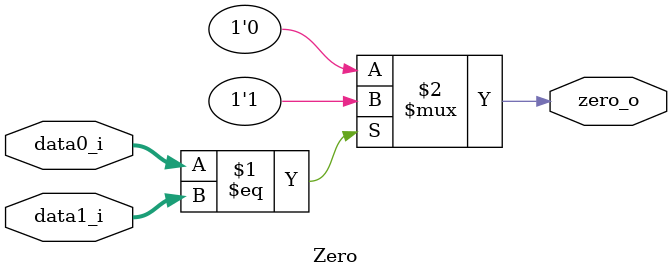
<source format=v>
module Zero
(
    data0_i,
    data1_i,
    zero_o
);

// Ports
input  [31:0] data0_i, data1_i;
output        zero_o;

assign zero_o = (data0_i == data1_i)? 1'b1 : 1'b0;

endmodule

</source>
